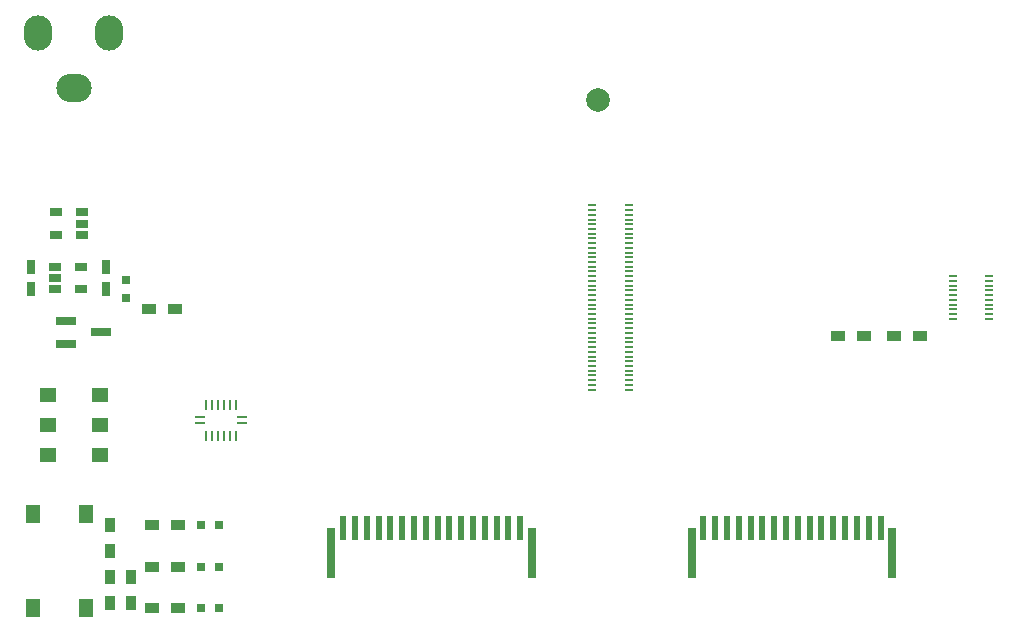
<source format=gtp>
G04 #@! TF.FileFunction,Paste,Top*
%FSLAX46Y46*%
G04 Gerber Fmt 4.6, Leading zero omitted, Abs format (unit mm)*
G04 Created by KiCad (PCBNEW 4.0.1-stable) date Thursday, April 14, 2016 'AMt' 11:51:39 AM*
%MOMM*%
G01*
G04 APERTURE LIST*
%ADD10C,0.100000*%
%ADD11R,1.800860X0.800100*%
%ADD12R,1.400000X1.200000*%
%ADD13R,1.060000X0.650000*%
%ADD14R,0.797560X0.797560*%
%ADD15R,1.200000X0.900000*%
%ADD16R,1.300000X1.550000*%
%ADD17C,2.000000*%
%ADD18R,0.700000X0.200000*%
%ADD19R,0.750000X1.200000*%
%ADD20R,0.900000X1.200000*%
%ADD21R,0.900000X0.240000*%
%ADD22R,0.240000X0.900000*%
%ADD23R,0.600000X2.000000*%
%ADD24R,0.700000X4.200000*%
%ADD25O,3.000000X2.400000*%
%ADD26O,2.400000X3.000000*%
G04 APERTURE END LIST*
D10*
D11*
X113500000Y-110000000D03*
X113500000Y-111900000D03*
X116502280Y-110950000D03*
D12*
X112000000Y-116300000D03*
X112000000Y-118800000D03*
X112000000Y-121300000D03*
X116400000Y-116300000D03*
X116400000Y-118800000D03*
X116400000Y-121300000D03*
D13*
X114850000Y-102700000D03*
X114850000Y-101750000D03*
X114850000Y-100800000D03*
X112650000Y-100800000D03*
X112650000Y-102700000D03*
X112600000Y-105380000D03*
X112600000Y-106330000D03*
X112600000Y-107280000D03*
X114800000Y-107280000D03*
X114800000Y-105380000D03*
D14*
X126449300Y-134287969D03*
X124950700Y-134287969D03*
X126449300Y-130787969D03*
X124950700Y-130787969D03*
X126449300Y-127287969D03*
X124950700Y-127287969D03*
D15*
X123000000Y-134287969D03*
X120800000Y-134287969D03*
X123000000Y-130787969D03*
X120800000Y-130787969D03*
X123000000Y-127300000D03*
X120800000Y-127300000D03*
D16*
X115250000Y-134275000D03*
X110750000Y-134275000D03*
X110750000Y-126325000D03*
X115250000Y-126325000D03*
D17*
X158550000Y-91250000D03*
D18*
X161190000Y-100200000D03*
X161190000Y-100600000D03*
X161190000Y-101000000D03*
X161190000Y-101400000D03*
X161190000Y-101800000D03*
X161190000Y-102200000D03*
X161190000Y-102600000D03*
X161190000Y-103000000D03*
X161190000Y-103400000D03*
X161190000Y-103800000D03*
X161190000Y-107800000D03*
X161190000Y-107400000D03*
X161190000Y-107000000D03*
X161190000Y-106600000D03*
X161190000Y-106200000D03*
X161190000Y-105800000D03*
X161190000Y-105400000D03*
X161190000Y-105000000D03*
X161190000Y-104600000D03*
X161190000Y-104200000D03*
X161190000Y-108200000D03*
X161190000Y-108600000D03*
X161190000Y-109000000D03*
X161190000Y-109400000D03*
X161190000Y-109800000D03*
X161190000Y-110200000D03*
X161190000Y-110600000D03*
X161190000Y-111000000D03*
X161190000Y-111400000D03*
X161190000Y-111800000D03*
X161190000Y-115800000D03*
X161190000Y-115400000D03*
X161190000Y-115000000D03*
X161190000Y-114600000D03*
X161190000Y-114200000D03*
X161190000Y-113800000D03*
X161190000Y-113400000D03*
X161190000Y-113000000D03*
X161190000Y-112600000D03*
X161190000Y-112200000D03*
X158110000Y-112200000D03*
X158110000Y-112600000D03*
X158110000Y-113000000D03*
X158110000Y-113400000D03*
X158110000Y-113800000D03*
X158110000Y-114200000D03*
X158110000Y-114600000D03*
X158110000Y-115000000D03*
X158110000Y-115400000D03*
X158110000Y-115800000D03*
X158110000Y-111800000D03*
X158110000Y-111400000D03*
X158110000Y-111000000D03*
X158110000Y-110600000D03*
X158110000Y-110200000D03*
X158110000Y-109800000D03*
X158110000Y-109400000D03*
X158110000Y-109000000D03*
X158110000Y-108600000D03*
X158110000Y-108200000D03*
X158110000Y-104200000D03*
X158110000Y-104600000D03*
X158110000Y-105000000D03*
X158110000Y-105400000D03*
X158110000Y-105800000D03*
X158110000Y-106200000D03*
X158110000Y-106600000D03*
X158110000Y-107000000D03*
X158110000Y-107400000D03*
X158110000Y-107800000D03*
X158110000Y-103800000D03*
X158110000Y-103400000D03*
X158110000Y-103000000D03*
X158110000Y-102600000D03*
X158110000Y-102200000D03*
X158110000Y-101800000D03*
X158110000Y-101400000D03*
X158110000Y-101000000D03*
X158110000Y-100600000D03*
X158110000Y-100200000D03*
D19*
X110560000Y-105410000D03*
X110560000Y-107310000D03*
X116940000Y-105410000D03*
X116940000Y-107310000D03*
D20*
X119000000Y-133870000D03*
X119000000Y-131670000D03*
X117300000Y-131660000D03*
X117300000Y-133860000D03*
D18*
X188610000Y-109800000D03*
X191690000Y-109800000D03*
X188610000Y-109400000D03*
X191690000Y-109400000D03*
X188610000Y-109000000D03*
X191690000Y-109000000D03*
X188610000Y-108600000D03*
X191690000Y-108600000D03*
X188610000Y-108200000D03*
X191690000Y-108200000D03*
X188610000Y-107800000D03*
X191690000Y-107800000D03*
X188610000Y-107400000D03*
X191690000Y-107400000D03*
X188610000Y-107000000D03*
X191690000Y-107000000D03*
X188610000Y-106600000D03*
X191690000Y-106600000D03*
X188610000Y-106200000D03*
X191690000Y-106200000D03*
D20*
X117300000Y-127300000D03*
X117300000Y-129500000D03*
D21*
X124850000Y-118650000D03*
X128450000Y-118650000D03*
X128450000Y-118150000D03*
X124850000Y-118150000D03*
D22*
X125400000Y-119700000D03*
X125900000Y-119700000D03*
X126400000Y-119700000D03*
X126900000Y-119700000D03*
X127400000Y-119700000D03*
X127900000Y-119700000D03*
X127900000Y-117100000D03*
X127400000Y-117100000D03*
X126900000Y-117100000D03*
X126400000Y-117100000D03*
X125900000Y-117100000D03*
X125400000Y-117100000D03*
D15*
X178900000Y-111300000D03*
X181100000Y-111300000D03*
X183600000Y-111300000D03*
X185800000Y-111300000D03*
D14*
X118650000Y-106550700D03*
X118650000Y-108049300D03*
D15*
X120600000Y-108950000D03*
X122800000Y-108950000D03*
D23*
X137000000Y-127500000D03*
X138000000Y-127500000D03*
X139000000Y-127500000D03*
X140000000Y-127500000D03*
X141000000Y-127500000D03*
X142000000Y-127500000D03*
X143000000Y-127500000D03*
X144000000Y-127500000D03*
X145000000Y-127500000D03*
X146000000Y-127500000D03*
X147000000Y-127500000D03*
X148000000Y-127500000D03*
X149000000Y-127500000D03*
X150000000Y-127500000D03*
X151000000Y-127500000D03*
X152000000Y-127500000D03*
D24*
X136000000Y-129600000D03*
X153000000Y-129600000D03*
D23*
X167500000Y-127500000D03*
X168500000Y-127500000D03*
X169500000Y-127500000D03*
X170500000Y-127500000D03*
X171500000Y-127500000D03*
X172500000Y-127500000D03*
X173500000Y-127500000D03*
X174500000Y-127500000D03*
X175500000Y-127500000D03*
X176500000Y-127500000D03*
X177500000Y-127500000D03*
X178500000Y-127500000D03*
X179500000Y-127500000D03*
X180500000Y-127500000D03*
X181500000Y-127500000D03*
X182500000Y-127500000D03*
D24*
X166500000Y-129600000D03*
X183500000Y-129600000D03*
D25*
X114200000Y-90300000D03*
D26*
X111200000Y-85600000D03*
X117200000Y-85600000D03*
M02*

</source>
